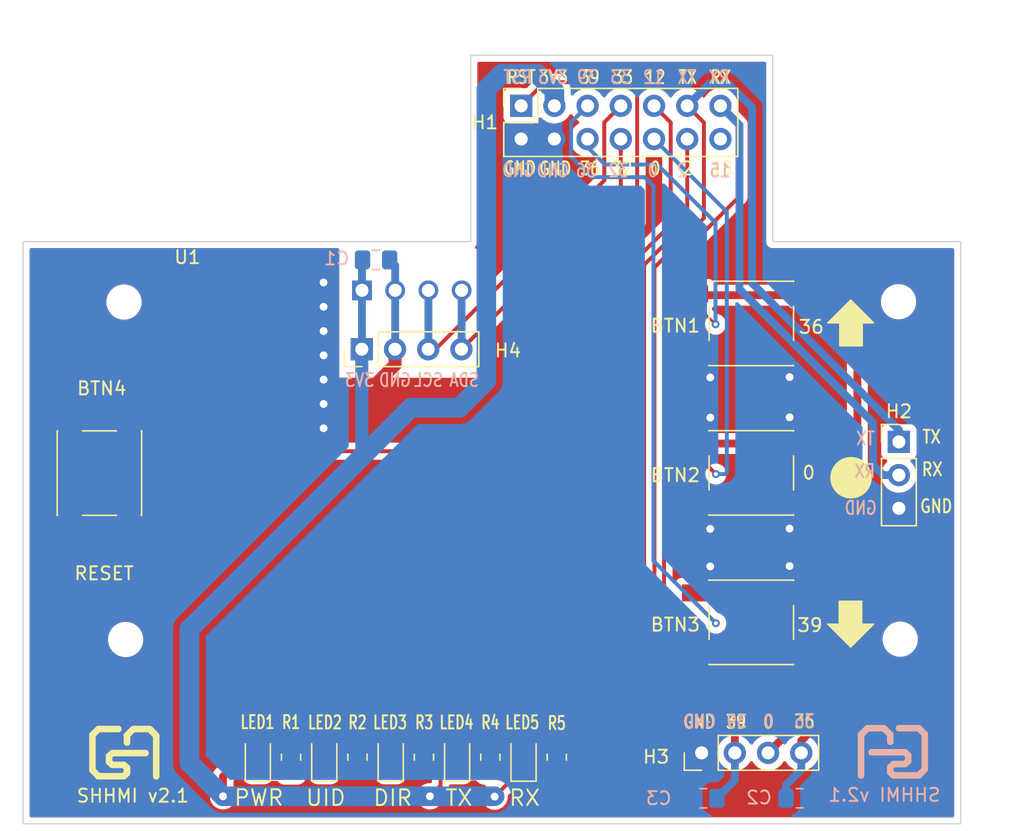
<source format=kicad_pcb>
(kicad_pcb (version 20240108) (generator "pcbnew") (generator_version "8.0")
  (layers (0 "F.Cu" signal) (31 "B.Cu" signal) (34 "B.Paste" user) (35 "F.Paste" user) (36 "B.SilkS" user "B.Silkscreen") (37 "F.SilkS" user "F.Silkscreen") (38 "B.Mask" user) (39 "F.Mask" user) (44 "Edge.Cuts" user))
  (net 0 "")
  (net 1 "GND")
  (net 2 "36")
  (net 3 "BOOT")
  (net 4 "39")
  (net 5 "RST")
  (net 6 "15")
  (net 7 "12")
  (net 8 "33")
  (net 9 "+3.3V")
  (net 10 "TX")
  (net 11 "2")
  (net 12 "32")
  (net 13 "RX")
  (net 14 "Net-(LED1-K)")
  (net 15 "Net-(LED2-K)")
  (net 16 "Net-(LED3-K)")
  (net 17 "Net-(LED4-K)")
  (net 18 "Net-(LED5-K)")
  (footprint "Resistor_SMD:R_0805_2012Metric_Pad1.20x1.40mm_HandSolder" (layer "F.Cu") (at 72.5678 102.2665 90)
    (property "Reference" "R2" (at 2.6535 -0.0004 0) (layer "F.SilkS") (effects (font (size 1 0.7))))
    (property "Value" "R_Small")
    (fp_line (start -0.227064 -0.735) (end 0.227064 -0.735) (stroke (width 0.12)) (layer "F.SilkS"))
    (fp_line (start -0.227064 0.735) (end 0.227064 0.735) (stroke (width 0.12)) (layer "F.SilkS"))
    (pad "1" smd roundrect (at -1 0 90) (size 1.2 1.4) (layers "F.Cu" "F.Paste" "F.Mask") (roundrect_rratio 0.208333) (net 1 "GND"))
    (pad "2" smd roundrect (at 1 0 90) (size 1.2 1.4) (layers "F.Cu" "F.Paste" "F.Mask") (roundrect_rratio 0.208333) (net 15 "Net-(LED2-K)"))
  )
  (footprint "extras:SW_SPST_PTS645_handsolder" (layer "F.Cu") (at 102.684917 91.956457)
    (property "Reference" "BTN3" (at -5.807 0.1806 0) (layer "F.SilkS"))
    (property "Value" "SW_Push_Dual")
    (fp_line (start -3.23 -3.23) (end 3.23 -3.23) (stroke (width 0.12)) (layer "F.SilkS"))
    (fp_line (start -3.23 -3.2) (end -3.23 -3.23) (stroke (width 0.12)) (layer "F.SilkS"))
    (fp_line (start -3.23 -1.3) (end -3.23 1.3) (stroke (width 0.12)) (layer "F.SilkS"))
    (fp_line (start -3.23 3.23) (end -3.23 3.2) (stroke (width 0.12)) (layer "F.SilkS"))
    (fp_line (start -3.23 3.23) (end 3.23 3.23) (stroke (width 0.12)) (layer "F.SilkS"))
    (fp_line (start 3.23 -3.23) (end 3.23 -3.2) (stroke (width 0.12)) (layer "F.SilkS"))
    (fp_line (start 3.23 -1.3) (end 3.23 1.3) (stroke (width 0.12)) (layer "F.SilkS"))
    (fp_line (start 3.23 3.23) (end 3.23 3.2) (stroke (width 0.12)) (layer "F.SilkS"))
    (pad "1" smd rect (at -4.3 -2.25) (size 2 1.3) (layers "F.Cu" "F.Paste" "F.Mask") (net 4 "39"))
    (pad "1" smd rect (at 4.3 -2.25) (size 2 1.3) (layers "F.Cu" "F.Paste" "F.Mask") (net 4 "39"))
    (pad "2" smd rect (at -4.3 2.25) (size 2 1.3) (layers "F.Cu" "F.Paste" "F.Mask") (net 1 "GND"))
    (pad "2" smd rect (at 4.3 2.25) (size 2 1.3) (layers "F.Cu" "F.Paste" "F.Mask") (net 1 "GND"))
  )
  (footprint "extras:display_oled_128x64_i2c" (layer "F.Cu") (at 76.7212 78.066)
    (property "Reference" "U1" (at -17.1582 -14.0326 0) (layer "F.SilkS"))
    (property "Value" "DM-OLED096-636")
    (pad "1" thru_hole rect (at -3.81 -11.5) (size 1.508 1.508) (drill 1) (layers "*.Cu" "*.Mask") (net 9 "+3.3V"))
    (pad "2" thru_hole circle (at -1.27 -11.5) (size 1.508 1.508) (drill 1) (layers "*.Cu" "*.Mask") (net 1 "GND"))
    (pad "3" thru_hole circle (at 1.27 -11.5) (size 1.508 1.508) (drill 1) (layers "*.Cu" "*.Mask") (net 8 "33"))
    (pad "4" thru_hole circle (at 3.81 -11.5) (size 1.508 1.508) (drill 1) (layers "*.Cu" "*.Mask") (net 12 "32"))
  )
  (footprint "Resistor_SMD:R_0805_2012Metric_Pad1.20x1.40mm_HandSolder" (layer "F.Cu") (at 67.4878 102.2665 -90)
    (property "Reference" "R1" (at -2.6731 0.0004 180) (layer "F.SilkS") (effects (font (size 1 0.7))))
    (property "Value" "R_Small")
    (fp_line (start -0.227064 0.735) (end 0.227064 0.735) (stroke (width 0.12)) (layer "F.SilkS"))
    (fp_line (start -0.227064 -0.735) (end 0.227064 -0.735) (stroke (width 0.12)) (layer "F.SilkS"))
    (pad "1" smd roundrect (at -1 0 270) (size 1.2 1.4) (layers "F.Cu" "F.Paste" "F.Mask") (roundrect_rratio 0.208333) (net 1 "GND"))
    (pad "2" smd roundrect (at 1 0 270) (size 1.2 1.4) (layers "F.Cu" "F.Paste" "F.Mask") (roundrect_rratio 0.208333) (net 14 "Net-(LED1-K)"))
  )
  (footprint "MountingHole:MountingHole_2.2mm_M2" (layer "F.Cu") (at 114.0714 93.2434)
    (property "Reference" "REF**" (hide yes))
    (property "Value" "MountingHole_2.2mm_M2")
    (pad "" np_thru_hole circle (at 0 0) (size 2.2 2.2) (drill 2.2) (layers "F&B.Cu" "*.Mask"))
  )
  (footprint "LED_SMD:LED_0805_2012Metric_Pad1.15x1.40mm_HandSolder" (layer "F.Cu") (at 85.2678 102.244 90)
    (property "Reference" "LED5" (at 2.631 -0.1016 0) (layer "F.SilkS") (effects (font (size 1 0.7))))
    (property "Value" "LED_Small")
    (fp_line (start 1 -0.96) (end -1.86 -0.96) (stroke (width 0.12)) (layer "F.SilkS"))
    (fp_line (start -1.86 -0.96) (end -1.86 0.96) (stroke (width 0.12)) (layer "F.SilkS"))
    (fp_line (start -1.86 0.96) (end 1 0.96) (stroke (width 0.12)) (layer "F.SilkS"))
    (pad "1" smd roundrect (at -1.025 0 90) (size 1.15 1.4) (layers "F.Cu" "F.Paste" "F.Mask") (roundrect_rratio 0.217391) (net 18 "Net-(LED5-K)"))
    (pad "2" smd roundrect (at 1.025 0 90) (size 1.15 1.4) (layers "F.Cu" "F.Paste" "F.Mask") (roundrect_rratio 0.217391) (net 9 "+3.3V"))
  )
  (footprint "MountingHole:MountingHole_2.2mm_M2" (layer "F.Cu") (at 113.9444 67.437)
    (property "Reference" "REF**" (hide yes))
    (property "Value" "MountingHole_2.2mm_M2")
    (pad "" np_thru_hole circle (at 0 0) (size 2.2 2.2) (drill 2.2) (layers "F&B.Cu" "*.Mask"))
  )
  (footprint "Connector_PinSocket_2.54mm:PinSocket_2x07_P2.54mm_Vertical" (layer "F.Cu") (at 85.0846 52.4564 90)
    (property "Reference" "H1" (at -1.27 -2.77 0) (layer "F.SilkS"))
    (property "Value" "Conn_02x07_Top_Bottom")
    (fp_line (start 1.33 -1.33) (end 1.33 0) (stroke (width 0.12)) (layer "F.SilkS"))
    (fp_line (start 0 -1.33) (end 1.33 -1.33) (stroke (width 0.12)) (layer "F.SilkS"))
    (fp_line (start -1.27 -1.33) (end -1.27 1.27) (stroke (width 0.12)) (layer "F.SilkS"))
    (fp_line (start -3.87 -1.33) (end -1.27 -1.33) (stroke (width 0.12)) (layer "F.SilkS"))
    (fp_line (start -3.87 -1.33) (end -3.87 16.57) (stroke (width 0.12)) (layer "F.SilkS"))
    (fp_line (start 1.33 1.27) (end 1.33 16.57) (stroke (width 0.12)) (layer "F.SilkS"))
    (fp_line (start -1.27 1.27) (end 1.33 1.27) (stroke (width 0.12)) (layer "F.SilkS"))
    (fp_line (start -3.87 16.57) (end 1.33 16.57) (stroke (width 0.12)) (layer "F.SilkS"))
    (pad "1" thru_hole rect (at 0 0 90) (size 1.7 1.7) (drill 1) (layers "*.Cu" "*.Mask") (net 5 "RST"))
    (pad "2" thru_hole oval (at 0 2.54 90) (size 1.7 1.7) (drill 1) (layers "*.Cu" "*.Mask") (net 9 "+3.3V"))
    (pad "3" thru_hole oval (at 0 5.08 90) (size 1.7 1.7) (drill 1) (layers "*.Cu" "*.Mask") (net 4 "39"))
    (pad "4" thru_hole oval (at 0 7.62 90) (size 1.7 1.7) (drill 1) (layers "*.Cu" "*.Mask") (net 8 "33"))
    (pad "5" thru_hole oval (at 0 10.16 90) (size 1.7 1.7) (drill 1) (layers "*.Cu" "*.Mask") (net 7 "12"))
    (pad "6" thru_hole oval (at 0 12.7 90) (size 1.7 1.7) (drill 1) (layers "*.Cu" "*.Mask") (net 10 "TX"))
    (pad "7" thru_hole oval (at 0 15.24 90) (size 1.7 1.7) (drill 1) (layers "*.Cu" "*.Mask") (net 13 "RX"))
    (pad "8" thru_hole oval (at -2.54 0 90) (size 1.7 1.7) (drill 1) (layers "*.Cu" "*.Mask") (net 1 "GND"))
    (pad "9" thru_hole oval (at -2.54 2.54 90) (size 1.7 1.7) (drill 1) (layers "*.Cu" "*.Mask") (net 1 "GND"))
    (pad "10" thru_hole oval (at -2.54 5.08 90) (size 1.7 1.7) (drill 1) (layers "*.Cu" "*.Mask") (net 2 "36"))
    (pad "11" thru_hole oval (at -2.54 7.62 90) (size 1.7 1.7) (drill 1) (layers "*.Cu" "*.Mask") (net 12 "32"))
    (pad "12" thru_hole oval (at -2.54 10.16 90) (size 1.7 1.7) (drill 1) (layers "*.Cu" "*.Mask") (net 3 "BOOT"))
    (pad "13" thru_hole oval (at -2.54 12.7 90) (size 1.7 1.7) (drill 1) (layers "*.Cu" "*.Mask") (net 11 "2"))
    (pad "14" thru_hole oval (at -2.54 15.24 90) (size 1.7 1.7) (drill 1) (layers "*.Cu" "*.Mask") (net 6 "15"))
  )
  (footprint "extras:SW_SPST_PTS645_handsolder" (layer "F.Cu") (at 102.684917 80.526457)
    (property "Reference" "BTN2" (at -5.807 0.1806 0) (layer "F.SilkS"))
    (property "Value" "SW_Push_Dual")
    (fp_line (start -3.23 -3.23) (end 3.23 -3.23) (stroke (width 0.12)) (layer "F.SilkS"))
    (fp_line (start -3.23 -3.2) (end -3.23 -3.23) (stroke (width 0.12)) (layer "F.SilkS"))
    (fp_line (start -3.23 -1.3) (end -3.23 1.3) (stroke (width 0.12)) (layer "F.SilkS"))
    (fp_line (start -3.23 3.23) (end -3.23 3.2) (stroke (width 0.12)) (layer "F.SilkS"))
    (fp_line (start -3.23 3.23) (end 3.23 3.23) (stroke (width 0.12)) (layer "F.SilkS"))
    (fp_line (start 3.23 -3.23) (end 3.23 -3.2) (stroke (width 0.12)) (layer "F.SilkS"))
    (fp_line (start 3.23 -1.3) (end 3.23 1.3) (stroke (width 0.12)) (layer "F.SilkS"))
    (fp_line (start 3.23 3.23) (end 3.23 3.2) (stroke (width 0.12)) (layer "F.SilkS"))
    (pad "1" smd rect (at -4.3 -2.25) (size 2 1.3) (layers "F.Cu" "F.Paste" "F.Mask") (net 3 "BOOT"))
    (pad "1" smd rect (at 4.3 -2.25) (size 2 1.3) (layers "F.Cu" "F.Paste" "F.Mask") (net 3 "BOOT"))
    (pad "2" smd rect (at -4.3 2.25) (size 2 1.3) (layers "F.Cu" "F.Paste" "F.Mask") (net 1 "GND"))
    (pad "2" smd rect (at 4.3 2.25) (size 2 1.3) (layers "F.Cu" "F.Paste" "F.Mask") (net 1 "GND"))
  )
  (footprint "LED_SMD:LED_0805_2012Metric_Pad1.15x1.40mm_HandSolder" (layer "F.Cu") (at 70.0278 102.244 90)
    (property "Reference" "LED2" (at 2.631 0.0508 0) (layer "F.SilkS") (effects (font (size 1 0.7))))
    (property "Value" "LED_Small")
    (fp_line (start 1 -0.96) (end -1.86 -0.96) (stroke (width 0.12)) (layer "F.SilkS"))
    (fp_line (start -1.86 -0.96) (end -1.86 0.96) (stroke (width 0.12)) (layer "F.SilkS"))
    (fp_line (start -1.86 0.96) (end 1 0.96) (stroke (width 0.12)) (layer "F.SilkS"))
    (pad "1" smd roundrect (at -1.025 0 90) (size 1.15 1.4) (layers "F.Cu" "F.Paste" "F.Mask") (roundrect_rratio 0.217391) (net 15 "Net-(LED2-K)"))
    (pad "2" smd roundrect (at 1.025 0 90) (size 1.15 1.4) (layers "F.Cu" "F.Paste" "F.Mask") (roundrect_rratio 0.217391) (net 7 "12"))
  )
  (footprint "MountingHole:MountingHole_2.2mm_M2" (layer "F.Cu") (at 54.712 67.4624)
    (property "Reference" "REF**" (hide yes))
    (property "Value" "MountingHole_2.2mm_M2")
    (pad "" np_thru_hole circle (at 0 0) (size 2.2 2.2) (drill 2.2) (layers "F&B.Cu" "*.Mask"))
  )
  (footprint "Connector_PinHeader_2.54mm:PinHeader_1x04_P2.54mm_Vertical" (layer "F.Cu") (at 98.8861 101.9363 90)
    (property "Reference" "H3" (at -0.3048 -3.4798 0) (layer "F.SilkS"))
    (property "Value" "Conn_01x04")
    (fp_line (start -1.33 -1.33) (end 0 -1.33) (stroke (width 0.12)) (layer "F.SilkS"))
    (fp_line (start -1.33 0) (end -1.33 -1.33) (stroke (width 0.12)) (layer "F.SilkS"))
    (fp_line (start 1.33 1.27) (end 1.33 8.95) (stroke (width 0.12)) (layer "F.SilkS"))
    (fp_line (start -1.33 1.27) (end 1.33 1.27) (stroke (width 0.12)) (layer "F.SilkS"))
    (fp_line (start -1.33 1.27) (end -1.33 8.95) (stroke (width 0.12)) (layer "F.SilkS"))
    (fp_line (start -1.33 8.95) (end 1.33 8.95) (stroke (width 0.12)) (layer "F.SilkS"))
    (pad "1" thru_hole rect (at 0 0 90) (size 1.7 1.7) (drill 1) (layers "*.Cu" "*.Mask") (net 1 "GND"))
    (pad "2" thru_hole oval (at 0 2.54 90) (size 1.7 1.7) (drill 1) (layers "*.Cu" "*.Mask") (net 4 "39"))
    (pad "3" thru_hole oval (at 0 5.08 90) (size 1.7 1.7) (drill 1) (layers "*.Cu" "*.Mask") (net 3 "BOOT"))
    (pad "4" thru_hole oval (at 0 7.62 90) (size 1.7 1.7) (drill 1) (layers "*.Cu" "*.Mask") (net 2 "36"))
  )
  (footprint "extras:SW_SPST_PTS645_handsolder" (layer "F.Cu") (at 52.832 80.5434 90)
    (property "Reference" "BTN4" (at 6.477 0.1778 180) (layer "F.SilkS"))
    (property "Value" "SW_Push_Dual")
    (fp_line (start 3.23 -3.23) (end 3.23 -3.2) (stroke (width 0.12)) (layer "F.SilkS"))
    (fp_line (start -3.23 -3.23) (end 3.23 -3.23) (stroke (width 0.12)) (layer "F.SilkS"))
    (fp_line (start -3.23 -3.2) (end -3.23 -3.23) (stroke (width 0.12)) (layer "F.SilkS"))
    (fp_line (start 3.23 -1.3) (end 3.23 1.3) (stroke (width 0.12)) (layer "F.SilkS"))
    (fp_line (start -3.23 -1.3) (end -3.23 1.3) (stroke (width 0.12)) (layer "F.SilkS"))
    (fp_line (start 3.23 3.23) (end 3.23 3.2) (stroke (width 0.12)) (layer "F.SilkS"))
    (fp_line (start -3.23 3.23) (end -3.23 3.2) (stroke (width 0.12)) (layer "F.SilkS"))
    (fp_line (start -3.23 3.23) (end 3.23 3.23) (stroke (width 0.12)) (layer "F.SilkS"))
    (pad "1" smd rect (at -4.3 -2.25 90) (size 2 1.3) (layers "F.Cu" "F.Paste" "F.Mask") (net 5 "RST"))
    (pad "1" smd rect (at 4.3 -2.25 90) (size 2 1.3) (layers "F.Cu" "F.Paste" "F.Mask") (net 5 "RST"))
    (pad "2" smd rect (at -4.3 2.25 90) (size 2 1.3) (layers "F.Cu" "F.Paste" "F.Mask") (net 1 "GND"))
    (pad "2" smd rect (at 4.3 2.25 90) (size 2 1.3) (layers "F.Cu" "F.Paste" "F.Mask") (net 1 "GND"))
  )
  (footprint "LED_SMD:LED_0805_2012Metric_Pad1.15x1.40mm_HandSolder" (layer "F.Cu") (at 80.1878 102.244 90)
    (property "Reference" "LED4" (at 2.631 -0.0508 0) (layer "F.SilkS") (effects (font (size 1 0.7))))
    (property "Value" "LED_Small")
    (fp_line (start 1 -0.96) (end -1.86 -0.96) (stroke (width 0.12)) (layer "F.SilkS"))
    (fp_line (start -1.86 -0.96) (end -1.86 0.96) (stroke (width 0.12)) (layer "F.SilkS"))
    (fp_line (start -1.86 0.96) (end 1 0.96) (stroke (width 0.12)) (layer "F.SilkS"))
    (pad "1" smd roundrect (at -1.025 0 90) (size 1.15 1.4) (layers "F.Cu" "F.Paste" "F.Mask") (roundrect_rratio 0.217391) (net 17 "Net-(LED4-K)"))
    (pad "2" smd roundrect (at 1.025 0 90) (size 1.15 1.4) (layers "F.Cu" "F.Paste" "F.Mask") (roundrect_rratio 0.217391) (net 9 "+3.3V"))
  )
  (footprint "Resistor_SMD:R_0805_2012Metric_Pad1.20x1.40mm_HandSolder" (layer "F.Cu") (at 82.7278 102.2665 -90)
    (property "Reference" "R4" (at -2.6535 0.0004 180) (layer "F.SilkS") (effects (font (size 1 0.7))))
    (property "Value" "R_Small")
    (fp_line (start -0.227064 0.735) (end 0.227064 0.735) (stroke (width 0.12)) (layer "F.SilkS"))
    (fp_line (start -0.227064 -0.735) (end 0.227064 -0.735) (stroke (width 0.12)) (layer "F.SilkS"))
    (pad "1" smd roundrect (at -1 0 270) (size 1.2 1.4) (layers "F.Cu" "F.Paste" "F.Mask") (roundrect_rratio 0.208333) (net 10 "TX"))
    (pad "2" smd roundrect (at 1 0 270) (size 1.2 1.4) (layers "F.Cu" "F.Paste" "F.Mask") (roundrect_rratio 0.208333) (net 17 "Net-(LED4-K)"))
  )
  (footprint "MountingHole:MountingHole_2.2mm_M2" (layer "F.Cu") (at 54.839 93.2688)
    (property "Reference" "REF**" (hide yes))
    (property "Value" "MountingHole_2.2mm_M2")
    (pad "" np_thru_hole circle (at 0 0) (size 2.2 2.2) (drill 2.2) (layers "F&B.Cu" "*.Mask"))
  )
  (footprint "Resistor_SMD:R_0805_2012Metric_Pad1.20x1.40mm_HandSolder" (layer "F.Cu") (at 77.6478 102.2665 90)
    (property "Reference" "R3" (at 2.6535 0.025 0) (layer "F.SilkS") (effects (font (size 1 0.7))))
    (property "Value" "R_Small")
    (fp_line (start -0.227064 -0.735) (end 0.227064 -0.735) (stroke (width 0.12)) (layer "F.SilkS"))
    (fp_line (start -0.227064 0.735) (end 0.227064 0.735) (stroke (width 0.12)) (layer "F.SilkS"))
    (pad "1" smd roundrect (at -1 0 90) (size 1.2 1.4) (layers "F.Cu" "F.Paste" "F.Mask") (roundrect_rratio 0.208333) (net 1 "GND"))
    (pad "2" smd roundrect (at 1 0 90) (size 1.2 1.4) (layers "F.Cu" "F.Paste" "F.Mask") (roundrect_rratio 0.208333) (net 16 "Net-(LED3-K)"))
  )
  (footprint "Connector_PinHeader_2.54mm:PinHeader_1x03_P2.54mm_Vertical" (layer "F.Cu") (at 113.9698 78.1558)
    (property "Reference" "H2" (at 0 -2.33 0) (layer "F.SilkS"))
    (property "Value" "Conn_01x03")
    (fp_line (start -1.33 -1.33) (end 0 -1.33) (stroke (width 0.12)) (layer "F.SilkS"))
    (fp_line (start -1.33 0) (end -1.33 -1.33) (stroke (width 0.12)) (layer "F.SilkS"))
    (fp_line (start -1.33 1.27) (end -1.33 6.41) (stroke (width 0.12)) (layer "F.SilkS"))
    (fp_line (start -1.33 1.27) (end 1.33 1.27) (stroke (width 0.12)) (layer "F.SilkS"))
    (fp_line (start -1.33 6.41) (end 1.33 6.41) (stroke (width 0.12)) (layer "F.SilkS"))
    (fp_line (start 1.33 1.27) (end 1.33 6.41) (stroke (width 0.12)) (layer "F.SilkS"))
    (pad "1" thru_hole rect (at 0 0) (size 1.7 1.7) (drill 1) (layers "*.Cu" "*.Mask") (net 10 "TX"))
    (pad "2" thru_hole oval (at 0 2.54) (size 1.7 1.7) (drill 1) (layers "*.Cu" "*.Mask") (net 13 "RX"))
    (pad "3" thru_hole oval (at 0 5.08) (size 1.7 1.7) (drill 1) (layers "*.Cu" "*.Mask") (net 1 "GND"))
  )
  (footprint "LED_SMD:LED_0805_2012Metric_Pad1.15x1.40mm_HandSolder" (layer "F.Cu") (at 64.9474 102.244 90)
    (property "Reference" "LED1" (at 2.6506 -0.0258 0) (layer "F.SilkS") (effects (font (size 1 0.7))))
    (property "Value" "LED_Small")
    (fp_line (start 1 -0.96) (end -1.86 -0.96) (stroke (width 0.12)) (layer "F.SilkS"))
    (fp_line (start -1.86 -0.96) (end -1.86 0.96) (stroke (width 0.12)) (layer "F.SilkS"))
    (fp_line (start -1.86 0.96) (end 1 0.96) (stroke (width 0.12)) (layer "F.SilkS"))
    (pad "1" smd roundrect (at -1.025 0 90) (size 1.15 1.4) (layers "F.Cu" "F.Paste" "F.Mask") (roundrect_rratio 0.217391) (net 14 "Net-(LED1-K)"))
    (pad "2" smd roundrect (at 1.025 0 90) (size 1.15 1.4) (layers "F.Cu" "F.Paste" "F.Mask") (roundrect_rratio 0.217391) (net 9 "+3.3V"))
  )
  (footprint "Connector_PinHeader_2.54mm:PinHeader_1x04_P2.54mm_Vertical" (layer "F.Cu") (at 72.898 71.0692 90)
    (property "Reference" "H4" (at -0.1016 11.176 0) (layer "F.SilkS"))
    (property "Value" "Conn_01x04")
    (fp_line (start -1.33 -1.33) (end 0 -1.33) (stroke (width 0.12)) (layer "F.SilkS"))
    (fp_line (start -1.33 0) (end -1.33 -1.33) (stroke (width 0.12)) (layer "F.SilkS"))
    (fp_line (start 1.33 1.27) (end 1.33 8.95) (stroke (width 0.12)) (layer "F.SilkS"))
    (fp_line (start -1.33 1.27) (end 1.33 1.27) (stroke (width 0.12)) (layer "F.SilkS"))
    (fp_line (start -1.33 1.27) (end -1.33 8.95) (stroke (width 0.12)) (layer "F.SilkS"))
    (fp_line (start -1.33 8.95) (end 1.33 8.95) (stroke (width 0.12)) (layer "F.SilkS"))
    (pad "1" thru_hole rect (at 0 0 90) (size 1.7 1.7) (drill 1) (layers "*.Cu" "*.Mask") (net 9 "+3.3V"))
    (pad "2" thru_hole oval (at 0 2.54 90) (size 1.7 1.7) (drill 1) (layers "*.Cu" "*.Mask") (net 1 "GND"))
    (pad "3" thru_hole oval (at 0 5.08 90) (size 1.7 1.7) (drill 1) (layers "*.Cu" "*.Mask") (net 8 "33"))
    (pad "4" thru_hole oval (at 0 7.62 90) (size 1.7 1.7) (drill 1) (layers "*.Cu" "*.Mask") (net 12 "32"))
  )
  (footprint "Resistor_SMD:R_0805_2012Metric_Pad1.20x1.40mm_HandSolder" (layer "F.Cu") (at 87.8078 102.2665 -90)
    (property "Reference" "R5" (at -2.6027 0.0004 180) (layer "F.SilkS") (effects (font (size 1 0.7))))
    (property "Value" "R_Small")
    (fp_line (start -0.227064 0.735) (end 0.227064 0.735) (stroke (width 0.12)) (layer "F.SilkS"))
    (fp_line (start -0.227064 -0.735) (end 0.227064 -0.735) (stroke (width 0.12)) (layer "F.SilkS"))
    (pad "1" smd roundrect (at -1 0 270) (size 1.2 1.4) (layers "F.Cu" "F.Paste" "F.Mask") (roundrect_rratio 0.208333) (net 13 "RX"))
    (pad "2" smd roundrect (at 1 0 270) (size 1.2 1.4) (layers "F.Cu" "F.Paste" "F.Mask") (roundrect_rratio 0.208333) (net 18 "Net-(LED5-K)"))
  )
  (footprint "extras:SW_SPST_PTS645_handsolder" (layer "F.Cu") (at 102.684917 69.096457)
    (property "Reference" "BTN1" (at -5.807 0.1806 0) (layer "F.SilkS"))
    (property "Value" "SW_Push_Dual")
    (fp_line (start -3.23 -3.23) (end 3.23 -3.23) (stroke (width 0.12)) (layer "F.SilkS"))
    (fp_line (start -3.23 -3.2) (end -3.23 -3.23) (stroke (width 0.12)) (layer "F.SilkS"))
    (fp_line (start -3.23 -1.3) (end -3.23 1.3) (stroke (width 0.12)) (layer "F.SilkS"))
    (fp_line (start -3.23 3.23) (end -3.23 3.2) (stroke (width 0.12)) (layer "F.SilkS"))
    (fp_line (start -3.23 3.23) (end 3.23 3.23) (stroke (width 0.12)) (layer "F.SilkS"))
    (fp_line (start 3.23 -3.23) (end 3.23 -3.2) (stroke (width 0.12)) (layer "F.SilkS"))
    (fp_line (start 3.23 -1.3) (end 3.23 1.3) (stroke (width 0.12)) (layer "F.SilkS"))
    (fp_line (start 3.23 3.23) (end 3.23 3.2) (stroke (width 0.12)) (layer "F.SilkS"))
    (pad "1" smd rect (at -4.3 -2.25) (size 2 1.3) (layers "F.Cu" "F.Paste" "F.Mask") (net 2 "36"))
    (pad "1" smd rect (at 4.3 -2.25) (size 2 1.3) (layers "F.Cu" "F.Paste" "F.Mask") (net 2 "36"))
    (pad "2" smd rect (at -4.3 2.25) (size 2 1.3) (layers "F.Cu" "F.Paste" "F.Mask") (net 1 "GND"))
    (pad "2" smd rect (at 4.3 2.25) (size 2 1.3) (layers "F.Cu" "F.Paste" "F.Mask") (net 1 "GND"))
  )
  (footprint "LED_SMD:LED_0805_2012Metric_Pad1.15x1.40mm_HandSolder" (layer "F.Cu") (at 75.1078 102.244 90)
    (property "Reference" "LED3" (at 2.631 -0.0508 0) (layer "F.SilkS") (effects (font (size 1 0.7))))
    (property "Value" "LED_Small")
    (fp_line (start 1 -0.96) (end -1.86 -0.96) (stroke (width 0.12)) (layer "F.SilkS"))
    (fp_line (start -1.86 -0.96) (end -1.86 0.96) (stroke (width 0.12)) (layer "F.SilkS"))
    (fp_line (start -1.86 0.96) (end 1 0.96) (stroke (width 0.12)) (layer "F.SilkS"))
    (pad "1" smd roundrect (at -1.025 0 90) (size 1.15 1.4) (layers "F.Cu" "F.Paste" "F.Mask") (roundrect_rratio 0.217391) (net 16 "Net-(LED3-K)"))
    (pad "2" smd roundrect (at 1.025 0 90) (size 1.15 1.4) (layers "F.Cu" "F.Paste" "F.Mask") (roundrect_rratio 0.217391) (net 11 "2"))
  )
  (footprint "Capacitor_SMD:C_0805_2012Metric_Pad1.18x1.45mm_HandSolder" (layer "B.Cu") (at 99.0131 105.41)
    (property "Reference" "C3" (at -3.4036 0 0) (layer "B.SilkS") (effects (justify mirror)))
    (property "Value" "C_Small")
    (fp_line (start 0.261252 -0.735) (end -0.261252 -0.735) (stroke (width 0.12)) (layer "B.SilkS"))
    (fp_line (start 0.261252 0.735) (end -0.261252 0.735) (stroke (width 0.12)) (layer "B.SilkS"))
    (pad "1" smd roundrect (at -1.0375 0) (size 1.175 1.45) (layers "B.Cu" "B.Paste" "B.Mask") (roundrect_rratio 0.212766) (net 1 "GND"))
    (pad "2" smd roundrect (at 1.0375 0) (size 1.175 1.45) (layers "B.Cu" "B.Paste" "B.Mask") (roundrect_rratio 0.212766) (net 4 "39"))
  )
  (footprint "Capacitor_SMD:C_0805_2012Metric_Pad1.18x1.45mm_HandSolder" (layer "B.Cu") (at 106.3791 105.41 180)
    (property "Reference" "C2" (at 3.0988 0.0508 180) (layer "B.SilkS") (effects (justify mirror)))
    (property "Value" "C_Small")
    (fp_line (start 0.261252 0.735) (end -0.261252 0.735) (stroke (width 0.12)) (layer "B.SilkS"))
    (fp_line (start 0.261252 -0.735) (end -0.261252 -0.735) (stroke (width 0.12)) (layer "B.SilkS"))
    (pad "1" smd roundrect (at -1.0375 0 180) (size 1.175 1.45) (layers "B.Cu" "B.Paste" "B.Mask") (roundrect_rratio 0.212766) (net 1 "GND"))
    (pad "2" smd roundrect (at 1.0375 0 180) (size 1.175 1.45) (layers "B.Cu" "B.Paste" "B.Mask") (roundrect_rratio 0.212766) (net 2 "36"))
  )
  (footprint "Capacitor_SMD:C_0805_2012Metric_Pad1.18x1.45mm_HandSolder" (layer "B.Cu") (at 73.9902 64.2366 180)
    (property "Reference" "C1" (at 3.0226 0.1016 180) (layer "B.SilkS") (effects (justify mirror)))
    (property "Value" "C_Small")
    (fp_line (start 0.261252 0.735) (end -0.261252 0.735) (stroke (width 0.12)) (layer "B.SilkS"))
    (fp_line (start 0.261252 -0.735) (end -0.261252 -0.735) (stroke (width 0.12)) (layer "B.SilkS"))
    (pad "1" smd roundrect (at -1.0375 0 180) (size 1.175 1.45) (layers "B.Cu" "B.Paste" "B.Mask") (roundrect_rratio 0.212766) (net 1 "GND"))
    (pad "2" smd roundrect (at 1.0375 0 180) (size 1.175 1.45) (layers "B.Cu" "B.Paste" "B.Mask") (roundrect_rratio 0.212766) (net 9 "+3.3V"))
  )
  (gr_line (start 113.3094 103.4161) (end 113.3094 103.0097) (stroke (width 0.5)) (layer "B.SilkS"))
  (gr_line (start 114.427 102.7938) (end 113.5634 102.7938) (stroke (width 0.5)) (layer "B.SilkS"))
  (gr_line (start 113.3094 101.092) (end 113.3094 100.5332) (stroke (width 0.5)) (layer "B.SilkS"))
  (gr_line (start 115.951 100.5078) (end 115.4938 100.0506) (stroke (width 0.5)) (layer "B.SilkS"))
  (gr_line (start 113.3094 100.5332) (end 112.8522 100.076) (stroke (width 0.5)) (layer "B.SilkS"))
  (gr_line (start 111.117933 100.509514) (end 111.575133 100.052314) (stroke (width 0.5)) (layer "B.SilkS"))
  (gr_line (start 115.951 103.2002) (end 115.951 100.5078) (stroke (width 0.5)) (layer "B.SilkS"))
  (gr_line (start 112.8014 100.0506) (end 111.5822 100.0506) (stroke (width 0.5)) (layer "B.SilkS"))
  (gr_line (start 114.681 102.5779) (end 114.681 102.1461) (stroke (width 0.5)) (layer "B.SilkS"))
  (gr_line (start 111.0742 103.6701) (end 111.0742 100.57765) (stroke (width 0.5)) (layer "B.SilkS"))
  (gr_line (start 114.427 102.7938) (end 114.681 102.5779) (stroke (width 0.5)) (layer "B.SilkS"))
  (gr_line (start 113.3094 103.0097) (end 113.5634 102.7938) (stroke (width 0.5)) (layer "B.SilkS"))
  (gr_line (start 114.427 101.8921) (end 111.887 101.8921) (stroke (width 0.5)) (layer "B.SilkS"))
  (gr_line (start 115.4938 100.0506) (end 113.9698 100.0506) (stroke (width 0.5)) (layer "B.SilkS"))
  (gr_line (start 111.0742 100.5459) (end 111.5314 100.0887) (stroke (width 0.5)) (layer "B.SilkS"))
  (gr_line (start 114.681 102.108) (end 114.427 101.8921) (stroke (width 0.5)) (layer "B.SilkS"))
  (gr_line (start 115.5192 103.6574) (end 113.5634 103.6574) (stroke (width 0.5)) (layer "B.SilkS"))
  (gr_line (start 113.5634 103.6574) (end 113.3094 103.4415) (stroke (width 0.5)) (layer "B.SilkS"))
  (gr_line (start 115.4938 103.6574) (end 115.951 103.2002) (stroke (width 0.5)) (layer "B.SilkS"))
  (gr_rect (start 109.402087 90.339227) (end 111.129287 92.066427) (stroke (width 0.1)) (fill solid) (layer "F.SilkS"))
  (gr_line (start 54.2798 100.1141) (end 52.7558 100.1141) (stroke (width 0.5)) (layer "F.SilkS"))
  (gr_line (start 56.3626 101.9556) (end 53.8226 101.9556) (stroke (width 0.5)) (layer "F.SilkS"))
  (gr_line (start 53.8226 101.9556) (end 53.5686 102.1715) (stroke (width 0.5)) (layer "F.SilkS"))
  (gr_line (start 54.9402 103.505) (end 54.6862 103.7209) (stroke (width 0.5)) (layer "F.SilkS"))
  (gr_line (start 54.9402 103.0732) (end 54.9402 103.4796) (stroke (width 0.5)) (layer "F.SilkS"))
  (gr_line (start 53.5686 102.6414) (end 53.8226 102.8573) (stroke (width 0.5)) (layer "F.SilkS"))
  (gr_line (start 55.3974 100.1395) (end 54.9402 100.5967) (stroke (width 0.5)) (layer "F.SilkS"))
  (gr_line (start 52.7558 100.1141) (end 52.2986 100.5713) (stroke (width 0.5)) (layer "F.SilkS"))
  (gr_circle (center 110.310057 80.896857) (end 111.397717 81.984517) (stroke (width 0.1)) (fill solid) (layer "F.SilkS"))
  (gr_line (start 54.9402 100.5967) (end 54.9402 101.1555) (stroke (width 0.5)) (layer "F.SilkS"))
  (gr_line (start 54.6862 102.8573) (end 53.8226 102.8573) (stroke (width 0.5)) (layer "F.SilkS"))
  (gr_line (start 52.2986 100.5713) (end 52.2986 103.2637) (stroke (width 0.5)) (layer "F.SilkS"))
  (gr_poly (pts (xy 112.047973 92.091827) (xy 108.525627 92.091827) (xy 110.2868 93.853)) (stroke (width 0.1)) (fill solid) (layer "F.SilkS"))
  (gr_line (start 54.6862 103.7209) (end 52.7304 103.7209) (stroke (width 0.5)) (layer "F.SilkS"))
  (gr_line (start 52.2986 103.2637) (end 52.7558 103.7209) (stroke (width 0.5)) (layer "F.SilkS"))
  (gr_poly (pts (xy 108.527771 69.060457) (xy 112.050117 69.060457) (xy 110.288944 67.299284)) (stroke (width 0.1)) (fill solid) (layer "F.SilkS"))
  (gr_line (start 54.6862 102.8573) (end 54.9402 103.0732) (stroke (width 0.5)) (layer "F.SilkS"))
  (gr_line (start 57.1754 100.64115) (end 57.1754 103.7336) (stroke (width 0.5)) (layer "F.SilkS"))
  (gr_rect (start 109.446457 69.085857) (end 111.173657 70.813057) (stroke (width 0.1)) (fill solid) (layer "F.SilkS"))
  (gr_line (start 56.674467 100.115814) (end 57.131667 100.573014) (stroke (width 0.5)) (layer "F.SilkS"))
  (gr_line (start 53.5686 102.2096) (end 53.5686 102.6414) (stroke (width 0.5)) (layer "F.SilkS"))
  (gr_line (start 56.6674 100.1141) (end 55.4482 100.1141) (stroke (width 0.5)) (layer "F.SilkS"))
  (gr_line (start 56.7182 100.1522) (end 57.1754 100.6094) (stroke (width 0.5)) (layer "F.SilkS"))
  (gr_line (start 104.3178 62.8396) (end 118.6942 62.8396) (stroke (width 0.1)) (layer "Edge.Cuts"))
  (gr_line (start 104.3178 62.8396) (end 104.3178 48.5902) (stroke (width 0.1)) (layer "Edge.Cuts"))
  (gr_line (start 46.99 107.3658) (end 46.99 82.7278) (stroke (width 0.1)) (layer "Edge.Cuts"))
  (gr_line (start 46.99 62.8396) (end 81.2292 62.8396) (stroke (width 0.1)) (layer "Edge.Cuts"))
  (gr_line (start 118.6942 62.8396) (end 118.6942 107.3658) (stroke (width 0.1)) (layer "Edge.Cuts"))
  (gr_line (start 46.99 82.7278) (end 46.99 62.8396) (stroke (width 0.1)) (layer "Edge.Cuts"))
  (gr_line (start 118.6942 107.3658) (end 46.99 107.3658) (stroke (width 0.1)) (layer "Edge.Cuts"))
  (gr_line (start 104.3178 48.5902) (end 81.2292 48.5902) (stroke (width 0.1)) (layer "Edge.Cuts"))
  (gr_line (start 81.2292 62.8396) (end 81.2292 48.5902) (stroke (width 0.1)) (layer "Edge.Cuts"))
  (gr_text "0" (at 95.626697 57.9882 0) (layer "B.SilkS") (effects (font (size 1 0.8)) (justify left bottom mirror)))
  (gr_text "GND" (at 88.819497 57.9882 0) (layer "B.SilkS") (effects (font (size 1 0.8)) (justify left bottom mirror)))
  (gr_text "33" (at 93.527103 50.8508 0) (layer "B.SilkS") (effects (font (size 1 0.8)) (justify left bottom mirror)))
  (gr_text "15" (at 101.1428 57.9882 0) (layer "B.SilkS") (effects (font (size 1 0.8)) (justify left bottom mirror)))
  (gr_text "SHHMI v2.1" (at 117.2464 105.7402 -0) (layer "B.SilkS") (effects (font (size 1 1)) (justify left bottom mirror)))
  (gr_text "RST" (at 86.0044 50.8508 0) (layer "B.SilkS") (effects (font (size 1 0.8)) (justify left bottom mirror)))
  (gr_text "TX" (at 98.530903 50.8508 0) (layer "B.SilkS") (effects (font (size 1 0.8)) (justify left bottom mirror)))
  (gr_text "GND" (at 74.119582 74.0156 -0) (layer "B.SilkS") (effects (font (size 1 0.8)) (justify right bottom mirror)))
  (gr_text "RX" (at 101.096303 50.8508 0) (layer "B.SilkS") (effects (font (size 1 0.8)) (justify left bottom mirror)))
  (gr_text "36" (at 90.902297 57.9882 0) (layer "B.SilkS") (effects (font (size 1 0.8)) (justify left bottom mirror)))
  (gr_text "SCL" (at 76.786582 74.0156 -0) (layer "B.SilkS") (effects (font (size 1 0.8)) (justify right bottom mirror)))
  (gr_text "3V3" (at 71.528782 74.0156 -0) (layer "B.SilkS") (effects (font (size 1 0.8)) (justify right bottom mirror)))
  (gr_text "TX" (at 112.1918 78.486 -0) (layer "B.SilkS") (effects (font (size 1 0.8)) (justify left bottom mirror)))
  (gr_text "39" (at 100.711 100.1268 -0) (layer "B.SilkS") (effects (font (size 1 0.8)) (justify right bottom mirror)))
  (gr_text "39" (at 90.987103 50.8508 0) (layer "B.SilkS") (effects (font (size 1 0.8)) (justify left bottom mirror)))
  (gr_text "GND" (at 112.3696 83.7946 -0) (layer "B.SilkS") (effects (font (size 1 0.8)) (justify left bottom mirror)))
  (gr_text "0" (at 103.5558 100.1268 -0) (layer "B.SilkS") (effects (font (size 1 0.8)) (justify right bottom mirror)))
  (gr_text "GND" (at 86.1822 57.9628 0) (layer "B.SilkS") (effects (font (size 1 0.8)) (justify left bottom mirror)))
  (gr_text "36" (at 105.8926 100.1014 -0) (layer "B.SilkS") (effects (font (size 1 0.8)) (justify right bottom mirror)))
  (gr_text "SDA" (at 79.504382 74.0156 -0) (layer "B.SilkS") (effects (font (size 1 0.8)) (justify right bottom mirror)))
  (gr_text "2" (at 97.861897 57.9882 0) (layer "B.SilkS") (effects (font (size 1 0.8)) (justify left bottom mirror)))
  (gr_text "GND" (at 97.4344 100.1268 -0) (layer "B.SilkS") (effects (font (size 1 0.8)) (justify right bottom mirror)))
  (gr_text "12" (at 96.041703 50.8508 0) (layer "B.SilkS") (effects (font (size 1 0.8)) (justify left bottom mirror)))
  (gr_text "32" (at 93.391497 57.9882 0) (layer "B.SilkS") (effects (font (size 1 0.8)) (justify left bottom mirror)))
  (gr_text "RX" (at 112.2426 80.9752 -0) (layer "B.SilkS") (effects (font (size 1 0.8)) (justify left bottom mirror)))
  (gr_text "3V3" (at 88.6968 50.8508 0) (layer "B.SilkS") (effects (font (size 1 0.8)) (justify left bottom mirror)))
  (gr_text "TX" (at 97.048 50.8508 0) (layer "F.SilkS") (effects (font (size 1 0.8)) (justify left bottom)))
  (gr_text "RST" (at 83.9162 50.8508 0) (layer "F.SilkS") (effects (font (size 1 0.8)) (justify left bottom)))
  (gr_text "RX" (at 99.461 50.8508 0) (layer "F.SilkS") (effects (font (size 1 0.8)) (justify left bottom)))
  (gr_text "32" (at 91.9426 57.8358 0) (layer "F.SilkS") (effects (font (size 1 0.8)) (justify left bottom)))
  (gr_text "PWR" (at 63.0428 106.0704 0) (layer "F.SilkS") (effects (font (size 1.2 1.2)) (justify left bottom)))
  (gr_text "36" (at 89.5042 57.8358 0) (layer "F.SilkS") (effects (font (size 1 0.8)) (justify left bottom)))
  (gr_text "39" (at 106.1212 92.7608 0) (layer "F.SilkS") (effects (font (size 1 1)) (justify left bottom)))
  (gr_text "2" (at 97.3274 57.8358 0) (layer "F.SilkS") (effects (font (size 1 0.8)) (justify left bottom)))
  (gr_text "RX" (at 115.635906 80.8482 0) (layer "F.SilkS") (effects (font (size 1 0.8)) (justify left bottom)))
  (gr_text "15" (at 99.6134 57.8358 0) (layer "F.SilkS") (effects (font (size 1 0.8)) (justify left bottom)))
  (gr_text "SHHMI v2.1" (at 51.0032 105.8037 0) (layer "F.SilkS") (effects (font (size 1 1)) (justify left bottom)))
  (gr_text "RESET" (at 50.8254 88.7984 0) (layer "F.SilkS") (effects (font (size 1 1)) (justify left bottom)))
  (gr_text "TX" (at 79.1976 106.0814 0) (layer "F.SilkS") (effects (font (size 1.2 1.2)) (justify left bottom)))
  (gr_text "DIR" (at 73.6858 106.0814 0) (layer "F.SilkS") (effects (font (size 1.2 1.2)) (justify left bottom)))
  (gr_text "36" (at 105.8926 100.1268 0) (layer "F.SilkS") (effects (font (size 1 0.8)) (justify left bottom)))
  (gr_text "GND" (at 86.38 57.8358 0) (layer "F.SilkS") (effects (font (size 1 0.8)) (justify left bottom)))
  (gr_text "12" (at 94.4826 50.8508 0) (layer "F.SilkS") (effects (font (size 1 0.8)) (justify left bottom)))
  (gr_text "3V3" (at 86.3546 50.8508 0) (layer "F.SilkS") (effects (font (size 1 0.8)) (justify left bottom)))
  (gr_text "0" (at 106.5022 81.1022 0) (layer "F.SilkS") (effects (font (size 1 1)) (justify left bottom)))
  (gr_text "0" (at 103.505 100.1522 0) (layer "F.SilkS") (effects (font (size 1 0.8)) (justify left bottom)))
  (gr_text "UID" (at 68.5296 106.0814 0) (layer "F.SilkS") (effects (font (size 1.2 1.2)) (justify left bottom)))
  (gr_text "GND" (at 115.508906 83.6676 0) (layer "F.SilkS") (effects (font (size 1 0.8)) (justify left bottom)))
  (gr_text "GND" (at 83.6876 57.8104 0) (layer "F.SilkS") (effects (font (size 1 0.8)) (justify left bottom)))
  (gr_text "39" (at 100.6602 100.1522 0) (layer "F.SilkS") (effects (font (size 1 0.8)) (justify left bottom)))
  (gr_text "36" (at 106.2228 69.9516 0) (layer "F.SilkS") (effects (font (size 1 1)) (justify left bottom)))
  (gr_text "0" (at 94.8636 57.8358 0) (layer "F.SilkS") (effects (font (size 1 0.8)) (justify left bottom)))
  (gr_text "RX" (at 84.0744 106.0814 0) (layer "F.SilkS") (effects (font (size 1.2 1.2)) (justify left bottom)))
  (gr_text "33" (at 92.0188 50.8508 0) (layer "F.SilkS") (effects (font (size 1 0.8)) (justify left bottom)))
  (gr_text "39" (at 89.4534 50.8508 0) (layer "F.SilkS") (effects (font (size 1 0.8)) (justify left bottom)))
  (gr_text "GND" (at 97.3836 100.1522 0) (layer "F.SilkS") (effects (font (size 1 0.8)) (justify left bottom)))
  (gr_text "TX" (at 115.686706 78.359 0) (layer "F.SilkS") (effects (font (size 1 0.8)) (justify left bottom)))
  (segment (start 75.438 71.0692) (end 75.438 72.271281) (width 1) (layer "F.Cu") (net 1))
  (segment (start 75.438 72.271281) (end 74.1934 73.515881) (width 1) (layer "F.Cu") (net 1))
  (segment (start 74.1934 73.515881) (end 74.1934 75.1078) (width 1) (layer "F.Cu") (net 1))
  (via (at 105.6132 87.6554) (size 1) (drill 0.6) (layers "F.Cu" "B.Cu") (net 1))
  (via (at 69.977 67.822233) (size 1) (drill 0.6) (layers "F.Cu" "B.Cu") (net 1))
  (via (at 105.6132 76.2762) (size 1) (drill 0.6) (layers "F.Cu" "B.Cu") (net 1))
  (via (at 99.5426 73.2282) (size 1) (drill 0.6) (layers "F.Cu" "B.Cu") (net 1))
  (via (at 69.977 71.539099) (size 1) (drill 0.6) (layers "F.Cu" "B.Cu") (net 1))
  (via (at 69.977 77.1144) (size 1) (drill 0.6) (layers "F.Cu" "B.Cu") (net 1))
  (via (at 69.977 65.9638) (size 1) (drill 0.6) (layers "F.Cu" "B.Cu") (net 1))
  (via (at 99.5426 87.6808) (size 1) (drill 0.6) (layers "F.Cu" "B.Cu") (net 1))
  (via (at 99.5426 76.3016) (size 1) (drill 0.6) (layers "F.Cu" "B.Cu") (net 1))
  (via (at 105.6132 84.7852) (size 1) (drill 0.6) (layers "F.Cu" "B.Cu") (net 1))
  (via (at 69.977 69.680666) (size 1) (drill 0.6) (layers "F.Cu" "B.Cu") (net 1))
  (via (at 69.977 73.397532) (size 1) (drill 0.6) (layers "F.Cu" "B.Cu") (net 1))
  (via (at 105.6132 73.2028) (size 1) (drill 0.6) (layers "F.Cu" "B.Cu") (net 1))
  (via (at 69.977 75.255965) (size 1) (drill 0.6) (layers "F.Cu" "B.Cu") (net 1))
  (via (at 99.5426 84.8106) (size 1) (drill 0.6) (layers "F.Cu" "B.Cu") (net 1))
  (segment (start 75.4512 66.566) (end 75.4512 71.056) (width 0.6) (layer "B.Cu") (net 1))
  (segment (start 75.4888 66.587) (end 75.477 66.5988) (width 0.6) (layer "B.Cu") (net 1))
  (segment (start 75.4512 66.566) (end 75.4512 64.6601) (width 0.6) (layer "B.Cu") (net 1))
  (segment (start 75.4512 71.056) (end 75.438 71.0692) (width 1) (layer "B.Cu") (net 1))
  (segment (start 75.4512 64.6601) (end 75.0277 64.2366) (width 0.6) (layer "B.Cu") (net 1))
  (segment (start 98.47526 66.9368) (end 103.7082 66.9368) (width 0.6) (layer "F.Cu") (net 2))
  (segment (start 98.384917 66.846457) (end 98.47526 66.9368) (width 0.6) (layer "F.Cu") (net 2))
  (segment (start 103.7082 66.9368) (end 106.894574 66.9368) (width 0.6) (layer "F.Cu") (net 2))
  (segment (start 107.334057 66.846457) (end 110.7948 70.3072) (width 0.6) (layer "F.Cu") (net 2))
  (segment (start 110.7948 70.3072) (end 110.7948 96.7232) (width 0.6) (layer "F.Cu") (net 2))
  (segment (start 106.5061 101.0119) (end 106.5061 101.9363) (width 0.6) (layer "F.Cu") (net 2))
  (segment (start 98.384917 67.600117) (end 98.384917 66.846457) (width 0.2) (layer "F.Cu") (net 2))
  (segment (start 110.7948 96.7232) (end 106.5061 101.0119) (width 0.6) (layer "F.Cu") (net 2))
  (segment (start 106.894574 66.9368) (end 106.984917 66.846457) (width 0.6) (layer "F.Cu") (net 2))
  (segment (start 106.984917 66.846457) (end 107.334057 66.846457) (width 0.6) (layer "F.Cu") (net 2))
  (segment (start 99.949 69.1642) (end 98.384917 67.600117) (width 0.2) (layer "F.Cu") (net 2))
  (via (at 99.949 69.1642) (size 0.6) (drill 0.3) (layers "F.Cu" "B.Cu") (net 2))
  (segment (start 91.4908 56.9468) (end 90.1646 55.6206) (width 0.3) (layer "B.Cu") (net 2))
  (segment (start 99.949 69.1642) (end 99.949 61.3918) (width 0.3) (layer "B.Cu") (net 2))
  (segment (start 95.504 56.9468) (end 91.4908 56.9468) (width 0.3) (layer "B.Cu") (net 2))
  (segment (start 106.5061 103.2217) (end 105.3416 104.3862) (width 0.6) (layer "B.Cu") (net 2))
  (segment (start 99.949 61.3918) (end 95.504 56.9468) (width 0.3) (layer "B.Cu") (net 2))
  (segment (start 90.1646 55.6206) (end 90.1646 54.9964) (width 0.3) (layer "B.Cu") (net 2))
  (segment (start 106.5061 101.9363) (end 106.5061 103.2217) (width 0.6) (layer "B.Cu") (net 2))
  (segment (start 105.3416 104.3862) (end 105.3416 105.41) (width 0.6) (layer "B.Cu") (net 2))
  (segment (start 99.9744 80.6196) (end 98.384917 79.030117) (width 0.3) (layer "F.Cu") (net 3))
  (segment (start 106.984917 78.276457) (end 109.728 81.01954) (width 0.6) (layer "F.Cu") (net 3))
  (segment (start 109.728 81.01954) (end 109.728 96.1744) (width 0.6) (layer "F.Cu") (net 3))
  (segment (start 98.384917 79.030117) (end 98.384917 78.276457) (width 0.3) (layer "F.Cu") (net 3))
  (segment (start 109.728 96.1744) (end 103.9661 101.9363) (width 0.6) (layer "F.Cu") (net 3))
  (segment (start 98.457143 78.2828) (end 106.876457 78.2828) (width 0.6) (layer "F.Cu") (net 3))
  (via (at 99.9744 80.6196) (size 0.6) (drill 0.3) (layers "F.Cu" "B.Cu") (net 3))
  (segment (start 100.8126 80.4926) (end 100.8126 60.5644) (width 0.3) (layer "B.Cu") (net 3))
  (segment (start 99.9744 80.6196) (end 100.6856 80.6196) (width 0.3) (layer "B.Cu") (net 3))
  (segment (start 100.8126 60.5644) (end 95.2446 54.9964) (width 0.3) (layer "B.Cu") (net 3))
  (segment (start 100.6856 80.6196) (end 100.8126 80.4926) (width 0.3) (layer "B.Cu") (net 3))
  (segment (start 103.7082 89.7128) (end 106.901857 89.7128) (width 0.6) (layer "F.Cu") (net 4))
  (segment (start 106.984917 91.008083) (end 101.4261 96.5669) (width 0.6) (layer "F.Cu") (net 4))
  (segment (start 106.984917 89.706457) (end 106.984917 91.008083) (width 0.6) (layer "F.Cu") (net 4))
  (segment (start 98.384917 90.434717) (end 98.384917 89.706457) (width 0.3) (layer "F.Cu") (net 4))
  (segment (start 98.482543 89.7128) (end 103.7082 89.7128) (width 0.6) (layer "F.Cu") (net 4))
  (segment (start 99.9744 92.0242) (end 98.384917 90.434717) (width 0.3) (layer "F.Cu") (net 4))
  (segment (start 101.4261 96.5669) (end 101.4261 101.9363) (width 0.6) (layer "F.Cu") (net 4))
  (via (at 99.9744 92.0242) (size 0.6) (drill 0.3) (layers "F.Cu" "B.Cu") (net 4))
  (segment (start 101.4261 101.9363) (end 101.4261 104.0345) (width 0.6) (layer "B.Cu") (net 4))
  (segment (start 88.9 56.3372) (end 88.9 53.721) (width 0.3) (layer "B.Cu") (net 4))
  (segment (start 94.5134 57.912) (end 90.4748 57.912) (width 0.3) (layer "B.Cu") (net 4))
  (segment (start 99.9744 92.0242) (end 95.1992 87.249) (width 0.3) (layer "B.Cu") (net 4))
  (segment (start 90.4748 57.912) (end 88.9 56.3372) (width 0.3) (layer "B.Cu") (net 4))
  (segment (start 95.1992 87.249) (end 95.1992 58.5978) (width 0.3) (layer "B.Cu") (net 4))
  (segment (start 101.4261 104.0345) (end 100.0506 105.41) (width 0.6) (layer "B.Cu") (net 4))
  (segment (start 88.9 53.721) (end 90.1646 52.4564) (width 0.3) (layer "B.Cu") (net 4))
  (segment (start 95.1992 58.5978) (end 94.5134 57.912) (width 0.3) (layer "B.Cu") (net 4))
  (segment (start 91.2368 68.0466) (end 80.4164 78.867) (width 0.3) (layer "F.Cu") (net 5))
  (segment (start 91.2368 64.0588) (end 91.2368 68.0466) (width 0.3) (layer "F.Cu") (net 5))
  (segment (start 93.9546 51.435) (end 93.9546 61.341) (width 0.3) (layer "F.Cu") (net 5))
  (segment (start 53.2056 78.867) (end 50.582 76.2434) (width 0.3) (layer "F.Cu") (net 5))
  (segment (start 86.8934 50.6476) (end 93.1672 50.6476) (width 0.3) (layer "F.Cu") (net 5))
  (segment (start 80.4164 78.867) (end 53.2056 78.867) (width 0.3) (layer "F.Cu") (net 5))
  (segment (start 93.9546 61.341) (end 91.2368 64.0588) (width 0.3) (layer "F.Cu") (net 5))
  (segment (start 50.582 76.2434) (end 50.582 84.8434) (width 0.3) (layer "F.Cu") (net 5))
  (segment (start 85.0846 52.4564) (end 86.8934 50.6476) (width 0.3) (layer "F.Cu") (net 5))
  (segment (start 93.1672 50.6476) (end 93.9546 51.435) (width 0.3) (layer "F.Cu") (net 5))
  (segment (start 72.8218 98.425) (end 70.0278 101.219) (width 0.3) (layer "F.Cu") (net 7))
  (segment (start 95.2446 52.4564) (end 96.52 53.7318) (width 0.3) (layer "F.Cu") (net 7))
  (segment (start 96.52 61.5442) (end 93.726 64.3382) (width 0.3) (layer "F.Cu") (net 7))
  (segment (start 93.726 64.3382) (end 93.726 94.488) (width 0.3) (layer "F.Cu") (net 7))
  (segment (start 96.52 53.7318) (end 96.52 61.5442) (width 0.3) (layer "F.Cu") (net 7))
  (segment (start 89.789 98.425) (end 72.8218 98.425) (width 0.3) (layer "F.Cu") (net 7))
  (segment (start 93.726 94.488) (end 89.789 98.425) (width 0.3) (layer "F.Cu") (net 7))
  (segment (start 92.7046 52.4564) (end 91.44 53.721) (width 0.3) (layer "F.Cu") (net 8))
  (segment (start 91.44 53.721) (end 91.44 58.166) (width 0.3) (layer "F.Cu") (net 8))
  (segment (start 91.44 58.166) (end 78.5368 71.0692) (width 0.3) (layer "F.Cu") (net 8))
  (segment (start 78.5368 71.0692) (end 77.978 71.0692) (width 0.3) (layer "F.Cu") (net 8))
  (segment (start 77.9912 71.056) (end 77.978 71.0692) (width 0.6) (layer "B.Cu") (net 8))
  (segment (start 77.9912 66.566) (end 77.9912 71.056) (width 0.6) (layer "B.Cu") (net 8))
  (segment (start 62.2808 103.7496) (end 64.8966 101.1338) (width 0.6) (layer "F.Cu") (net 9))
  (segment (start 83.9978 102.489) (end 85.2678 101.219) (width 0.3) (layer "F.Cu") (net 9))
  (segment (start 62.2808 105.2576) (end 62.2808 103.7496) (width 0.6) (layer "F.Cu") (net 9))
  (segment (start 78.9178 104.4448) (end 78.9178 102.4968) (width 0.3) (layer "F.Cu") (net 9))
  (segment (start 78.9178 102.4968) (end 80.2136 101.201) (width 0.3) (layer "F.Cu") (net 9))
  (segment (start 83.058 105.283) (end 83.9978 104.3432) (width 0.3) (layer "F.Cu") (net 9))
  (segment (start 83.9978 104.3432) (end 83.9978 102.489) (width 0.3) (layer "F.Cu") (net 9))
  (segment (start 78.105 105.2576) (end 78.9178 104.4448) (width 0.3) (layer "F.Cu") (net 9))
  (via (at 83.058 105.283) (size 1) (drill 0.6) (layers "F.Cu" "B.Cu") (net 9))
  (via (at 62.2808 105.2576) (size 1) (drill 0.6) (layers "F.Cu" "B.Cu") (net 9))
  (via (at 78.105 105.2576) (size 1) (drill 0.6) (layers "F.Cu" "B.Cu") (net 9))
  (segment (start 73.2067 66.2705) (end 72.9112 66.566) (width 0.6) (layer "B.Cu") (net 9))
  (segment (start 72.9112 66.566) (end 73.1266 66.7814) (width 0.6) (layer "B.Cu") (net 9))
  (segment (start 72.9112 66.566) (end 72.9112 71.056) (width 0.6) (layer "B.Cu") (net 9))
  (segment (start 82.423 51.181) (end 82.423 73.4822) (width 1.5) (layer "B.Cu") (net 9))
  (segment (start 72.898 78.7654) (end 73.1647 79.0321) (width 0.6) (layer "B.Cu") (net 9))
  (segment (start 73.1647 79.0321) (end 59.7154 92.4814) (width 1.5) (layer "B.Cu") (net 9))
  (segment (start 62.2808 105.2576) (end 83.058 105.2576) (width 1.5) (layer "B.Cu") (net 9))
  (segment (start 80.3656 75.5396) (end 76.6572 75.5396) (width 1.5) (layer "B.Cu") (net 9))
  (segment (start 83.5914 50.0126) (end 82.423 51.181) (width 1.5) (layer "B.Cu") (net 9))
  (segment (start 82.423 73.4822) (end 80.3656 75.5396) (width 1.5) (layer "B.Cu") (net 9))
  (segment (start 72.9112 64.2781) (end 72.9527 64.2366) (width 0.6) (layer "B.Cu") (net 9))
  (segment (start 86.3092 50.0126) (end 83.5914 50.0126) (width 1.5) (layer "B.Cu") (net 9))
  (segment (start 72.9112 66.566) (end 72.9112 64.2781) (width 0.6) (layer "B.Cu") (net 9))
  (segment (start 87.6246 51.328) (end 86.3092 50.0126) (width 1.5) (layer "B.Cu") (net 9))
  (segment (start 59.7154 102.6922) (end 62.2808 105.2576) (width 1.5) (layer "B.Cu") (net 9))
  (segment (start 76.6572 75.5396) (end 73.1647 79.0321) (width 1.5) (layer "B.Cu") (net 9))
  (segment (start 59.7154 92.4814) (end 59.7154 102.6922) (width 1.5) (layer "B.Cu") (net 9))
  (segment (start 72.898 71.0692) (end 72.898 78.7654) (width 1) (layer "B.Cu") (net 9))
  (segment (start 72.9488 66.587) (end 72.937 66.5988) (width 0.6) (layer "B.Cu") (net 9))
  (segment (start 72.9112 71.056) (end 72.898 71.0692) (width 0.6) (layer "B.Cu") (net 9))
  (segment (start 87.6246 52.4564) (end 87.6246 51.328) (width 1.5) (layer "B.Cu") (net 9))
  (segment (start 82.779 101.2264) (end 82.7536 101.2518) (width 0.6) (layer "F.Cu") (net 10))
  (segment (start 84.1977 99.7966) (end 82.7278 101.2665) (width 0.3) (layer "F.Cu") (net 10))
  (segment (start 95.2754 95.377) (end 90.8558 99.7966) (width 0.3) (layer "F.Cu") (net 10))
  (segment (start 95.2754 64.8208) (end 95.2754 95.377) (width 0.3) (layer "F.Cu") (net 10))
  (segment (start 99.06 53.7318) (end 99.06 61.0362) (width 0.3) (layer "F.Cu") (net 10))
  (segment (start 90.8558 99.7966) (end 84.1977 99.7966) (width 0.3) (layer "F.Cu") (net 10))
  (segment (start 97.7846 52.4564) (end 99.06 53.7318) (width 0.3) (layer "F.Cu") (net 10))
  (segment (start 99.06 61.0362) (end 95.2754 64.8208) (width 0.3) (layer "F.Cu") (net 10))
  (segment (start 100.9142 50.7492) (end 102.743 52.578) (width 0.6) (layer "B.Cu") (net 10))
  (segment (start 113.9698 77.2414) (end 113.9698 78.1558) (width 0.6) (layer "B.Cu") (net 10))
  (segment (start 97.7846 52.4564) (end 99.4918 50.7492) (width 0.6) (layer "B.Cu") (net 10))
  (segment (start 99.4918 50.7492) (end 100.9142 50.7492) (width 0.6) (layer "B.Cu") (net 10))
  (segment (start 102.743 52.578) (end 102.743 66.0146) (width 0.6) (layer "B.Cu") (net 10))
  (segment (start 102.743 66.0146) (end 113.9698 77.2414) (width 0.6) (layer "B.Cu") (net 10))
  (segment (start 97.7846 61.321) (end 94.488 64.6176) (width 0.3) (layer "F.Cu") (net 11))
  (segment (start 97.7846 54.9964) (end 97.7846 61.321) (width 0.3) (layer "F.Cu") (net 11))
  (segment (start 94.488 64.6176) (end 94.488 94.9452) (width 0.3) (layer "F.Cu") (net 11))
  (segment (start 77.216 99.1108) (end 75.1078 101.219) (width 0.3) (layer "F.Cu") (net 11))
  (segment (start 90.3224 99.1108) (end 77.216 99.1108) (width 0.3) (layer "F.Cu") (net 11))
  (segment (start 94.488 94.9452) (end 90.3224 99.1108) (width 0.3) (layer "F.Cu") (net 11))
  (segment (start 92.7046 54.9964) (end 92.7046 58.8826) (width 0.3) (layer "F.Cu") (net 12))
  (segment (start 92.7046 58.8826) (end 80.518 71.0692) (width 0.3) (layer "F.Cu") (net 12))
  (segment (start 80.5312 66.566) (end 80.5312 71.056) (width 0.6) (layer "B.Cu") (net 12))
  (segment (start 80.5312 71.056) (end 80.518 71.0692) (width 0.6) (layer "B.Cu") (net 12))
  (segment (start 101.7524 53.8842) (end 101.7524 59.4106) (width 0.3) (layer "F.Cu") (net 13))
  (segment (start 96.012 65.151) (end 96.012 95.8342) (width 0.3) (layer "F.Cu") (net 13))
  (segment (start 90.5797 101.2665) (end 87.8078 101.2665) (width 0.3) (layer "F.Cu") (net 13))
  (segment (start 100.3246 52.4564) (end 101.7524 53.8842) (width 0.3) (layer "F.Cu") (net 13))
  (segment (start 101.7524 59.4106) (end 96.012 65.151) (width 0.3) (layer "F.Cu") (net 13))
  (segment (start 96.012 95.8342) (end 90.5797 101.2665) (width 0.3) (layer "F.Cu") (net 13))
  (segment (start 101.7778 53.9242) (end 101.7778 66.4718) (width 0.6) (layer "B.Cu") (net 13))
  (segment (start 100.3246 52.4564) (end 100.3246 52.471) (width 0.6) (layer "B.Cu") (net 13))
  (segment (start 111.9886 76.6826) (end 111.9886 79.9084) (width 0.6) (layer "B.Cu") (net 13))
  (segment (start 101.7778 66.4718) (end 111.9886 76.6826) (width 0.6) (layer "B.Cu") (net 13))
  (segment (start 112.776 80.6958) (end 113.9698 80.6958) (width 0.6) (layer "B.Cu") (net 13))
  (segment (start 111.9886 79.9084) (end 112.776 80.6958) (width 0.6) (layer "B.Cu") (net 13))
  (segment (start 100.3246 52.471) (end 101.7778 53.9242) (width 0.6) (layer "B.Cu") (net 13))
  (segment (start 64.9478 103.28) (end 67.4403 103.28) (width 0.6) (layer "F.Cu") (net 14))
  (segment (start 70.5653 103.235) (end 72.5678 101.2325) (width 0.6) (layer "F.Cu") (net 15))
  (segment (start 75.3446 103.235) (end 77.3471 101.2325) (width 0.6) (layer "F.Cu") (net 16))
  (segment (start 77.6736 101.2518) (end 77.699 101.2264) (width 0.6) (layer "F.Cu") (net 16))
  (segment (start 80.1878 103.235) (end 82.7253 103.235) (width 0.6) (layer "F.Cu") (net 17))
  (segment (start 85.2678 103.235) (end 87.8053 103.235) (width 0.6) (layer "F.Cu") (net 18))
  (zone (net 0) (net_name "") (layers "F&B.Cu") (connect_pads (clearance 0)) (min_thickness 0.25)
    (keepout (tracks allowed) (vias allowed) (pads allowed) (copperpour not_allowed) (footprints allowed))
    (fill (thermal_gap 0.5) (thermal_bridge_width 0.5))
    (polygon (pts (xy 82.9564 73.2536) (xy 71.1708 73.2536) (xy 71.1708 63.3984) (xy 82.9564 63.3984)))
  )
  (zone (net 1) (net_name "GND") (layers "F&B.Cu") (connect_pads yes (clearance 0.5)) (min_thickness 0.25) (fill yes (thermal_gap 0.5) (thermal_bridge_width 0.5))
    (polygon (pts (xy 46.99 48.6156) (xy 118.6942 48.6156) (xy 118.6942 107.3658) (xy 46.99 107.3658)))
  )
)
</source>
